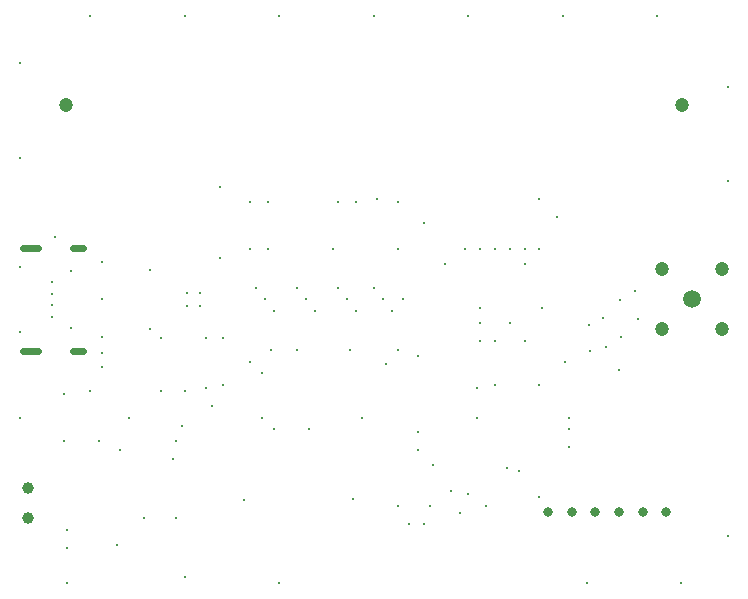
<source format=gbr>
%TF.GenerationSoftware,KiCad,Pcbnew,8.0.8+1*%
%TF.CreationDate,Date%
%TF.ProjectId,LoRa-V3-PCB,4c6f5261-2d56-4332-9d50-43422e6b6963,rev?*%
%TF.SameCoordinates,Original*%
%TF.FileFunction,Plated,1,2,PTH,Mixed*%
%TF.FilePolarity,Positive*%
%FSLAX46Y46*%
G04 Gerber Fmt 4.6, Leading zero omitted, Abs format (unit mm)*
G04 Created by KiCad*
%MOMM*%
%LPD*%
G01*
G04 APERTURE LIST*
%TA.AperFunction,ViaDrill*%
%ADD10C,0.300000*%
%TD*%
G04 aperture for slot hole*
%TA.AperFunction,ComponentDrill*%
%ADD11C,0.600000*%
%TD*%
%TA.AperFunction,ComponentDrill*%
%ADD12C,0.800000*%
%TD*%
%TA.AperFunction,ComponentDrill*%
%ADD13C,1.000000*%
%TD*%
%TA.AperFunction,ComponentDrill*%
%ADD14C,1.200000*%
%TD*%
%TA.AperFunction,ComponentDrill*%
%ADD15C,1.500000*%
%TD*%
G04 APERTURE END LIST*
D10*
X115000000Y-77000000D03*
X115000000Y-85000000D03*
X115000000Y-94250000D03*
X115000000Y-99750000D03*
X115000000Y-107000000D03*
X117750000Y-95500447D03*
X117750000Y-96500447D03*
X117750000Y-97500447D03*
X117750000Y-98500447D03*
X118000000Y-91750000D03*
X118750000Y-105000000D03*
X118750000Y-109000000D03*
X119000000Y-116500000D03*
X119000000Y-118000000D03*
X119000000Y-121000000D03*
X119350000Y-94600000D03*
X119350000Y-99375000D03*
X121000000Y-73000000D03*
X121000000Y-104750000D03*
X121750000Y-109000000D03*
X122000000Y-93800000D03*
X122000000Y-97000000D03*
X122000000Y-100200000D03*
X122000000Y-101500000D03*
X122000000Y-102750000D03*
X123250000Y-117750000D03*
X123500000Y-109750000D03*
X124250000Y-107000000D03*
X125500000Y-115500000D03*
X126000000Y-94500000D03*
X126000000Y-99500000D03*
X127000000Y-100250000D03*
X127000000Y-104750000D03*
X128000000Y-110500000D03*
X128250000Y-109000000D03*
X128250000Y-115500000D03*
X128750000Y-107750000D03*
X129000000Y-73000000D03*
X129000000Y-104750000D03*
X129000000Y-120500000D03*
X129200000Y-96475000D03*
X129200000Y-97525000D03*
X130300000Y-96475000D03*
X130300000Y-97525000D03*
X130750000Y-100250000D03*
X130750000Y-104500000D03*
X131250000Y-106000000D03*
X132000000Y-87500000D03*
X132000000Y-93500000D03*
X132250000Y-100250000D03*
X132250000Y-104250000D03*
X134000000Y-114000000D03*
X134500000Y-88750000D03*
X134500000Y-92750000D03*
X134500000Y-102250000D03*
X135000000Y-96000000D03*
X135500000Y-103250000D03*
X135500000Y-107000000D03*
X135750000Y-97000000D03*
X136000000Y-88750000D03*
X136000000Y-92750000D03*
X136250000Y-101250000D03*
X136500000Y-98000000D03*
X136500000Y-108000000D03*
X137000000Y-73000000D03*
X137000000Y-121000000D03*
X138500000Y-96000000D03*
X138500000Y-101250000D03*
X139250000Y-97000000D03*
X139500000Y-108000000D03*
X140000000Y-98000000D03*
X141500000Y-92750000D03*
X142000000Y-88750000D03*
X142000000Y-96000000D03*
X142750000Y-97000000D03*
X143000000Y-101250000D03*
X143250000Y-113850000D03*
X143500000Y-88750000D03*
X143500000Y-98000000D03*
X144000000Y-107000000D03*
X145000000Y-73000000D03*
X145000000Y-96000000D03*
X145250000Y-88500000D03*
X145750000Y-97000000D03*
X146000000Y-102500000D03*
X146500000Y-98000000D03*
X147000000Y-88750000D03*
X147000000Y-92750000D03*
X147000000Y-101250000D03*
X147000000Y-114500000D03*
X147500000Y-97000000D03*
X148000000Y-116000000D03*
X148750000Y-101750000D03*
X148750000Y-108250000D03*
X148750000Y-109750000D03*
X149250000Y-90500000D03*
X149250000Y-116000000D03*
X149750000Y-114500000D03*
X150000000Y-111000000D03*
X151000000Y-94000000D03*
X151500000Y-113250000D03*
X152250000Y-115100000D03*
X152750000Y-92750000D03*
X153000000Y-73000000D03*
X153000000Y-113500000D03*
X153750000Y-104500000D03*
X153750000Y-107000000D03*
X154000000Y-92750000D03*
X154000000Y-97750000D03*
X154000000Y-99000000D03*
X154000000Y-100500000D03*
X154470001Y-114500000D03*
X155250000Y-92750000D03*
X155250000Y-100500000D03*
X155250000Y-104250000D03*
X156250000Y-111250000D03*
X156500000Y-92750000D03*
X156500000Y-99000000D03*
X157250000Y-111500000D03*
X157750000Y-92750000D03*
X157750000Y-94000000D03*
X157750000Y-100500000D03*
X159000000Y-88500000D03*
X159000000Y-92750000D03*
X159000000Y-104250000D03*
X159000000Y-113750000D03*
X159250000Y-97750000D03*
X160500000Y-90000000D03*
X161000000Y-73000000D03*
X161200000Y-102250000D03*
X161500000Y-107000000D03*
X161500000Y-108000000D03*
X161500000Y-109500000D03*
X163000000Y-121000000D03*
X163175732Y-99148137D03*
X163266473Y-101344388D03*
X164369744Y-98575069D03*
X164682986Y-100991946D03*
X165750000Y-103000000D03*
X165862368Y-97082444D03*
X165887616Y-100167571D03*
X167067018Y-96258049D03*
X167380274Y-98674914D03*
X169000000Y-73000000D03*
X171000000Y-121000000D03*
X175000000Y-79000000D03*
X175000000Y-87000000D03*
X175000000Y-117000000D03*
D11*
%TO.C,CONN1*%
X115330000Y-92680000D02*
X116530000Y-92680000D01*
X115330000Y-101320000D02*
X116530000Y-101320000D01*
X119530000Y-92680000D02*
X120330000Y-92680000D01*
X119530000Y-101320000D02*
X120330000Y-101320000D01*
D12*
%TO.C,CONN8*%
X159750000Y-115000000D03*
X161750000Y-115000000D03*
X163750000Y-115000000D03*
X165750000Y-115000000D03*
X167750000Y-115000000D03*
X169750000Y-115000000D03*
D13*
%TO.C,CONN4*%
X115750000Y-112960000D03*
X115750000Y-115500000D03*
D14*
%TO.C,CONN2*%
X118900000Y-80500000D03*
%TO.C,CONN5*%
X169360000Y-94460000D03*
X169360000Y-99540000D03*
%TO.C,CONN2*%
X171100000Y-80500000D03*
%TO.C,CONN5*%
X174440000Y-94460000D03*
X174440000Y-99540000D03*
D15*
X171900000Y-97000000D03*
M02*

</source>
